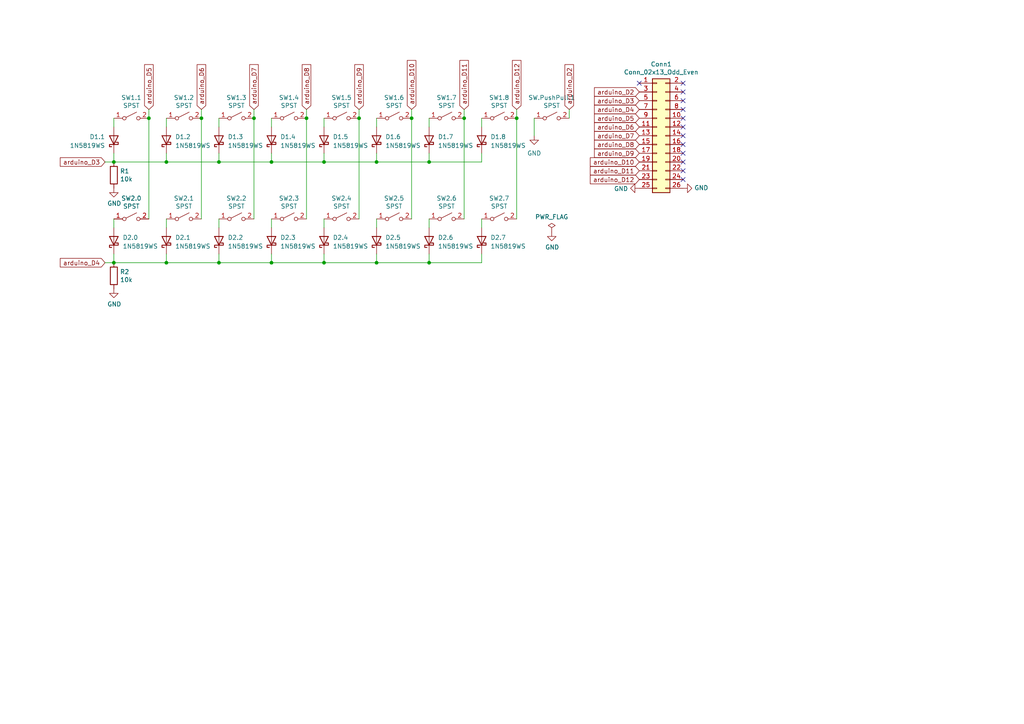
<source format=kicad_sch>
(kicad_sch (version 20211123) (generator eeschema)
  (paper "A4")
  (lib_symbols
    (symbol "Connector_Generic:Conn_02x13_Odd_Even" (pin_names (offset 1.016) hide)
      (property "Reference" "J" (at 1.27 17.78 0))
      (property "Value" "Conn_02x13_Odd_Even" (at 1.27 -17.78 0))
      (symbol "Conn_02x13_Odd_Even_1_1"
        (rectangle (start -1.27 -15.113) (end 0 -15.367) (stroke (width 0.1524)))
        (rectangle (start -1.27 -12.573) (end 0 -12.827) (stroke (width 0.1524)))
        (rectangle (start -1.27 -10.033) (end 0 -10.287) (stroke (width 0.1524)))
        (rectangle (start -1.27 -7.493) (end 0 -7.747) (stroke (width 0.1524)))
        (rectangle (start -1.27 -4.953) (end 0 -5.207) (stroke (width 0.1524)))
        (rectangle (start -1.27 -2.413) (end 0 -2.667) (stroke (width 0.1524)))
        (rectangle (start -1.27 0.127) (end 0 -0.127) (stroke (width 0.1524)))
        (rectangle (start -1.27 2.667) (end 0 2.413) (stroke (width 0.1524)))
        (rectangle (start -1.27 5.207) (end 0 4.953) (stroke (width 0.1524)))
        (rectangle (start -1.27 7.747) (end 0 7.493) (stroke (width 0.1524)))
        (rectangle (start -1.27 10.287) (end 0 10.033) (stroke (width 0.1524)))
        (rectangle (start -1.27 12.827) (end 0 12.573) (stroke (width 0.1524)))
        (rectangle (start -1.27 15.367) (end 0 15.113) (stroke (width 0.1524)))
        (rectangle (start -1.27 16.51) (end 3.81 -16.51) (stroke (width 0.254)) (fill (type background)))
        (rectangle (start 3.81 -15.113) (end 2.54 -15.367) (stroke (width 0.1524)))
        (rectangle (start 3.81 -12.573) (end 2.54 -12.827) (stroke (width 0.1524)))
        (rectangle (start 3.81 -10.033) (end 2.54 -10.287) (stroke (width 0.1524)))
        (rectangle (start 3.81 -7.493) (end 2.54 -7.747) (stroke (width 0.1524)))
        (rectangle (start 3.81 -4.953) (end 2.54 -5.207) (stroke (width 0.1524)))
        (rectangle (start 3.81 -2.413) (end 2.54 -2.667) (stroke (width 0.1524)))
        (rectangle (start 3.81 0.127) (end 2.54 -0.127) (stroke (width 0.1524)))
        (rectangle (start 3.81 2.667) (end 2.54 2.413) (stroke (width 0.1524)))
        (rectangle (start 3.81 5.207) (end 2.54 4.953) (stroke (width 0.1524)))
        (rectangle (start 3.81 7.747) (end 2.54 7.493) (stroke (width 0.1524)))
        (rectangle (start 3.81 10.287) (end 2.54 10.033) (stroke (width 0.1524)))
        (rectangle (start 3.81 12.827) (end 2.54 12.573) (stroke (width 0.1524)))
        (rectangle (start 3.81 15.367) (end 2.54 15.113) (stroke (width 0.1524)))
        (pin passive line (at -5.08 15.24 0) (length 3.81) (name "Pin_1") (number "1"))
        (pin passive line (at 7.62 5.08 180) (length 3.81) (name "Pin_10") (number "10"))
        (pin passive line (at -5.08 2.54 0) (length 3.81) (name "Pin_11") (number "11"))
        (pin passive line (at 7.62 2.54 180) (length 3.81) (name "Pin_12") (number "12"))
        (pin passive line (at -5.08 0 0) (length 3.81) (name "Pin_13") (number "13"))
        (pin passive line (at 7.62 0 180) (length 3.81) (name "Pin_14") (number "14"))
        (pin passive line (at -5.08 -2.54 0) (length 3.81) (name "Pin_15") (number "15"))
        (pin passive line (at 7.62 -2.54 180) (length 3.81) (name "Pin_16") (number "16"))
        (pin passive line (at -5.08 -5.08 0) (length 3.81) (name "Pin_17") (number "17"))
        (pin passive line (at 7.62 -5.08 180) (length 3.81) (name "Pin_18") (number "18"))
        (pin passive line (at -5.08 -7.62 0) (length 3.81) (name "Pin_19") (number "19"))
        (pin passive line (at 7.62 15.24 180) (length 3.81) (name "Pin_2") (number "2"))
        (pin passive line (at 7.62 -7.62 180) (length 3.81) (name "Pin_20") (number "20"))
        (pin passive line (at -5.08 -10.16 0) (length 3.81) (name "Pin_21") (number "21"))
        (pin passive line (at 7.62 -10.16 180) (length 3.81) (name "Pin_22") (number "22"))
        (pin passive line (at -5.08 -12.7 0) (length 3.81) (name "Pin_23") (number "23"))
        (pin passive line (at 7.62 -12.7 180) (length 3.81) (name "Pin_24") (number "24"))
        (pin passive line (at -5.08 -15.24 0) (length 3.81) (name "Pin_25") (number "25"))
        (pin passive line (at 7.62 -15.24 180) (length 3.81) (name "Pin_26") (number "26"))
        (pin passive line (at -5.08 12.7 0) (length 3.81) (name "Pin_3") (number "3"))
        (pin passive line (at 7.62 12.7 180) (length 3.81) (name "Pin_4") (number "4"))
        (pin passive line (at -5.08 10.16 0) (length 3.81) (name "Pin_5") (number "5"))
        (pin passive line (at 7.62 10.16 180) (length 3.81) (name "Pin_6") (number "6"))
        (pin passive line (at -5.08 7.62 0) (length 3.81) (name "Pin_7") (number "7"))
        (pin passive line (at 7.62 7.62 180) (length 3.81) (name "Pin_8") (number "8"))
        (pin passive line (at -5.08 5.08 0) (length 3.81) (name "Pin_9") (number "9"))
      )
    )
    (symbol "Device:R" (pin_numbers hide) (pin_names (offset 0))
      (property "Reference" "R" (at 2.032 0 90))
      (property "Value" "R" (at 0 0 90))
      (symbol "R_0_1"
        (rectangle (start -1.016 -2.54) (end 1.016 2.54) (stroke (width 0.254)))
      )
      (symbol "R_1_1"
        (pin passive line (at 0 3.81 270) (length 1.27) (name "~") (number "1"))
        (pin passive line (at 0 -3.81 90) (length 1.27) (name "~") (number "2"))
      )
    )
    (symbol "Diode:1N5819WS" (pin_numbers hide) (pin_names (offset 1.016) hide)
      (property "Reference" "D" (at 0 2.54 0))
      (property "Value" "1N5819WS" (at 0 -2.54 0))
      (symbol "1N5819WS_0_1"
        (polyline (pts (xy 1.27 0) (xy -1.27 0)))
        (polyline (pts (xy 1.27 1.27) (xy 1.27 -1.27) (xy -1.27 0) (xy 1.27 1.27)) (stroke (width 0.254)))
        (polyline (pts (xy -1.905 0.635) (xy -1.905 1.27) (xy -1.27 1.27) (xy -1.27 -1.27) (xy -0.635 -1.27) (xy -0.635 -0.635)) (stroke (width 0.254)))
      )
      (symbol "1N5819WS_1_1"
        (pin passive line (at -3.81 0 0) (length 2.54) (name "K") (number "1"))
        (pin passive line (at 3.81 0 180) (length 2.54) (name "A") (number "2"))
      )
    )
    (symbol "Switch:SW_SPST" (pin_names (offset 0) hide)
      (property "Reference" "SW" (at 0 3.175 0))
      (property "Value" "SW_SPST" (at 0 -2.54 0))
      (symbol "SW_SPST_0_0"
        (circle (center -2.032 0) (radius 0.508))
        (polyline (pts (xy -1.524 0.254) (xy 1.524 1.778)))
        (circle (center 2.032 0) (radius 0.508))
      )
      (symbol "SW_SPST_1_1"
        (pin passive line (at -5.08 0 0) (length 2.54) (name "A") (number "1"))
        (pin passive line (at 5.08 0 180) (length 2.54) (name "B") (number "2"))
      )
    )
    (symbol "power:GND" (power) (pin_names (offset 0))
      (property "Value" "GND" (at 0 -3.81 0))
      (symbol "GND_0_1"
        (polyline (pts (xy 0 0) (xy 0 -1.27) (xy 1.27 -1.27) (xy 0 -2.54) (xy -1.27 -1.27) (xy 0 -1.27)))
      )
      (symbol "GND_1_1"
        (pin power_in line (at 0 0 270) (length 0) hide (name "GND") (number "1"))
      )
    )
    (symbol "power:PWR_FLAG" (power) (pin_numbers hide) (pin_names (offset 0) hide)
      (property "Value" "PWR_FLAG" (at 0 3.81 0))
      (symbol "PWR_FLAG_0_0"
        (pin power_out line (at 0 0 90) (length 0) (name "pwr") (number "1"))
      )
      (symbol "PWR_FLAG_0_1"
        (polyline (pts (xy 0 0) (xy 0 1.27) (xy -1.016 1.905) (xy 0 2.54) (xy 1.016 1.905) (xy 0 1.27)))
      )
    )
  )
  (junction (at 109.22 76.2))
  (junction (at 93.98 46.99))
  (junction (at 73.66 34.29))
  (junction (at 109.22 46.99))
  (junction (at 104.14 34.29))
  (junction (at 78.74 76.2))
  (junction (at 63.5 46.99))
  (junction (at 43.18 34.29))
  (junction (at 134.62 34.29))
  (junction (at 124.46 46.99))
  (junction (at 48.26 76.2))
  (junction (at 78.74 46.99))
  (junction (at 58.42 34.29))
  (junction (at 119.38 34.29))
  (junction (at 63.5 76.2))
  (junction (at 33.02 76.2))
  (junction (at 93.98 76.2))
  (junction (at 124.46 76.2))
  (junction (at 88.9 34.29))
  (junction (at 33.02 46.99))
  (junction (at 48.26 46.99))
  (junction (at 149.86 34.29))
  (no_connect (at 198.12 46.99))
  (no_connect (at 185.42 24.13))
  (no_connect (at 198.12 44.45))
  (no_connect (at 198.12 36.83))
  (no_connect (at 198.12 24.13))
  (no_connect (at 198.12 49.53))
  (no_connect (at 198.12 26.67))
  (no_connect (at 198.12 29.21))
  (no_connect (at 198.12 34.29))
  (no_connect (at 198.12 41.91))
  (no_connect (at 198.12 31.75))
  (no_connect (at 198.12 39.37))
  (no_connect (at 198.12 52.07))
  (wire (pts (xy 119.38 34.29) (xy 119.38 63.5)))
  (wire (pts (xy 58.42 31.75) (xy 58.42 34.29)))
  (wire (pts (xy 149.86 34.29) (xy 149.86 63.5)))
  (wire (pts (xy 93.98 63.5) (xy 93.98 66.04)))
  (wire (pts (xy 93.98 46.99) (xy 109.22 46.99)))
  (wire (pts (xy 139.7 44.45) (xy 139.7 46.99)))
  (wire (pts (xy 78.74 76.2) (xy 93.98 76.2)))
  (wire (pts (xy 48.26 76.2) (xy 63.5 76.2)))
  (wire (pts (xy 88.9 34.29) (xy 88.9 63.5)))
  (wire (pts (xy 93.98 73.66) (xy 93.98 76.2)))
  (wire (pts (xy 124.46 76.2) (xy 139.7 76.2)))
  (wire (pts (xy 33.02 63.5) (xy 33.02 66.04)))
  (wire (pts (xy 43.18 31.75) (xy 43.18 34.29)))
  (wire (pts (xy 33.02 73.66) (xy 33.02 76.2)))
  (wire (pts (xy 63.5 76.2) (xy 78.74 76.2)))
  (wire (pts (xy 48.26 34.29) (xy 48.26 36.83)))
  (wire (pts (xy 63.5 34.29) (xy 63.5 36.83)))
  (wire (pts (xy 124.46 63.5) (xy 124.46 66.04)))
  (wire (pts (xy 30.48 46.99) (xy 33.02 46.99)))
  (wire (pts (xy 109.22 44.45) (xy 109.22 46.99)))
  (wire (pts (xy 139.7 63.5) (xy 139.7 66.04)))
  (wire (pts (xy 48.26 46.99) (xy 63.5 46.99)))
  (wire (pts (xy 109.22 76.2) (xy 124.46 76.2)))
  (wire (pts (xy 109.22 63.5) (xy 109.22 66.04)))
  (wire (pts (xy 124.46 44.45) (xy 124.46 46.99)))
  (wire (pts (xy 73.66 31.75) (xy 73.66 34.29)))
  (wire (pts (xy 58.42 34.29) (xy 58.42 63.5)))
  (wire (pts (xy 63.5 63.5) (xy 63.5 66.04)))
  (wire (pts (xy 109.22 73.66) (xy 109.22 76.2)))
  (wire (pts (xy 30.48 76.2) (xy 33.02 76.2)))
  (wire (pts (xy 93.98 34.29) (xy 93.98 36.83)))
  (wire (pts (xy 124.46 73.66) (xy 124.46 76.2)))
  (wire (pts (xy 78.74 44.45) (xy 78.74 46.99)))
  (wire (pts (xy 63.5 44.45) (xy 63.5 46.99)))
  (wire (pts (xy 33.02 76.2) (xy 48.26 76.2)))
  (wire (pts (xy 48.26 44.45) (xy 48.26 46.99)))
  (wire (pts (xy 104.14 31.75) (xy 104.14 34.29)))
  (wire (pts (xy 124.46 34.29) (xy 124.46 36.83)))
  (wire (pts (xy 63.5 46.99) (xy 78.74 46.99)))
  (wire (pts (xy 63.5 73.66) (xy 63.5 76.2)))
  (wire (pts (xy 33.02 34.29) (xy 33.02 36.83)))
  (wire (pts (xy 78.74 46.99) (xy 93.98 46.99)))
  (wire (pts (xy 109.22 34.29) (xy 109.22 36.83)))
  (wire (pts (xy 139.7 73.66) (xy 139.7 76.2)))
  (wire (pts (xy 78.74 73.66) (xy 78.74 76.2)))
  (wire (pts (xy 154.94 34.29) (xy 154.94 39.37)))
  (wire (pts (xy 109.22 46.99) (xy 124.46 46.99)))
  (wire (pts (xy 33.02 46.99) (xy 48.26 46.99)))
  (wire (pts (xy 119.38 31.75) (xy 119.38 34.29)))
  (wire (pts (xy 73.66 34.29) (xy 73.66 63.5)))
  (wire (pts (xy 104.14 34.29) (xy 104.14 63.5)))
  (wire (pts (xy 78.74 34.29) (xy 78.74 36.83)))
  (wire (pts (xy 88.9 31.75) (xy 88.9 34.29)))
  (wire (pts (xy 134.62 31.75) (xy 134.62 34.29)))
  (wire (pts (xy 48.26 73.66) (xy 48.26 76.2)))
  (wire (pts (xy 48.26 63.5) (xy 48.26 66.04)))
  (wire (pts (xy 149.86 31.75) (xy 149.86 34.29)))
  (wire (pts (xy 93.98 76.2) (xy 109.22 76.2)))
  (wire (pts (xy 139.7 34.29) (xy 139.7 36.83)))
  (wire (pts (xy 165.1 31.75) (xy 165.1 34.29)))
  (wire (pts (xy 93.98 44.45) (xy 93.98 46.99)))
  (wire (pts (xy 134.62 34.29) (xy 134.62 63.5)))
  (wire (pts (xy 33.02 44.45) (xy 33.02 46.99)))
  (wire (pts (xy 124.46 46.99) (xy 139.7 46.99)))
  (wire (pts (xy 43.18 63.5) (xy 43.18 34.29)))
  (wire (pts (xy 78.74 63.5) (xy 78.74 66.04)))
  (global_label "arduino_D9" (shape input) (at 104.14 31.75 90) (property "Intersheet References" "${INTERSHEET_REFS}" (effects hide)))
  (global_label "arduino_D4" (shape input) (at 185.42 31.75 180) (property "Intersheet References" "${INTERSHEET_REFS}" (effects hide)))
  (global_label "arduino_D7" (shape input) (at 73.66 31.75 90) (property "Intersheet References" "${INTERSHEET_REFS}" (effects hide)))
  (global_label "arduino_D3" (shape input) (at 185.42 29.21 180) (property "Intersheet References" "${INTERSHEET_REFS}" (effects hide)))
  (global_label "arduino_D9" (shape input) (at 185.42 44.45 180) (property "Intersheet References" "${INTERSHEET_REFS}" (effects hide)))
  (global_label "arduino_D10" (shape input) (at 185.42 46.99 180) (property "Intersheet References" "${INTERSHEET_REFS}" (effects hide)))
  (global_label "arduino_D8" (shape input) (at 185.42 41.91 180) (property "Intersheet References" "${INTERSHEET_REFS}" (effects hide)))
  (global_label "arduino_D8" (shape input) (at 88.9 31.75 90) (property "Intersheet References" "${INTERSHEET_REFS}" (effects hide)))
  (global_label "arduino_D6" (shape input) (at 58.42 31.75 90) (property "Intersheet References" "${INTERSHEET_REFS}" (effects hide)))
  (global_label "arduino_D2" (shape input) (at 165.1 31.75 90) (property "Intersheet References" "${INTERSHEET_REFS}" (effects hide)))
  (global_label "arduino_D6" (shape input) (at 185.42 36.83 180) (property "Intersheet References" "${INTERSHEET_REFS}" (effects hide)))
  (global_label "arduino_D5" (shape input) (at 43.18 31.75 90) (property "Intersheet References" "${INTERSHEET_REFS}" (effects hide)))
  (global_label "arduino_D12" (shape input) (at 149.86 31.75 90) (property "Intersheet References" "${INTERSHEET_REFS}" (effects hide)))
  (global_label "arduino_D2" (shape input) (at 185.42 26.67 180) (property "Intersheet References" "${INTERSHEET_REFS}" (effects hide)))
  (global_label "arduino_D3" (shape input) (at 30.48 46.99 180) (property "Intersheet References" "${INTERSHEET_REFS}" (effects hide)))
  (global_label "arduino_D7" (shape input) (at 185.42 39.37 180) (property "Intersheet References" "${INTERSHEET_REFS}" (effects hide)))
  (global_label "arduino_D11" (shape input) (at 134.62 31.75 90) (property "Intersheet References" "${INTERSHEET_REFS}" (effects hide)))
  (global_label "arduino_D5" (shape input) (at 185.42 34.29 180) (property "Intersheet References" "${INTERSHEET_REFS}" (effects hide)))
  (global_label "arduino_D10" (shape input) (at 119.38 31.75 90) (property "Intersheet References" "${INTERSHEET_REFS}" (effects hide)))
  (global_label "arduino_D4" (shape input) (at 30.48 76.2 180) (property "Intersheet References" "${INTERSHEET_REFS}" (effects hide)))
  (global_label "arduino_D12" (shape input) (at 185.42 52.07 180) (property "Intersheet References" "${INTERSHEET_REFS}" (effects hide)))
  (global_label "arduino_D11" (shape input) (at 185.42 49.53 180) (property "Intersheet References" "${INTERSHEET_REFS}" (effects hide)))
  (symbol (lib_id "Switch:SW_SPST") (at 38.1 34.29 0) (unit 1)
    (property "Reference" "SW1.1" (at 38.1 28.321 0))
    (property "Value" "SPST" (at 38.1 30.6324 0))
    (property "Footprint" "Button_Switch_Keyboard:SW_Cherry_MX_1.00u_PCB" (effects hide))
  )
  (symbol (lib_id "Switch:SW_SPST") (at 53.34 34.29 0) (unit 1)
    (property "Reference" "SW1.2" (at 53.34 28.321 0))
    (property "Value" "SPST" (at 53.34 30.6324 0))
    (property "Footprint" "Button_Switch_Keyboard:SW_Cherry_MX_1.00u_PCB" (effects hide))
  )
  (symbol (lib_id "Switch:SW_SPST") (at 53.34 63.5 0) (unit 1)
    (property "Reference" "SW2.1" (at 53.34 57.531 0))
    (property "Value" "SPST" (at 53.34 59.8424 0))
    (property "Footprint" "Button_Switch_Keyboard:SW_Cherry_MX_1.00u_PCB" (effects hide))
  )
  (symbol (lib_id "Switch:SW_SPST") (at 68.58 63.5 0) (unit 1)
    (property "Reference" "SW2.2" (at 68.58 57.531 0))
    (property "Value" "SPST" (at 68.58 59.8424 0))
    (property "Footprint" "Button_Switch_Keyboard:SW_Cherry_MX_1.00u_PCB" (effects hide))
  )
  (symbol (lib_id "Switch:SW_SPST") (at 68.58 34.29 0) (unit 1)
    (property "Reference" "SW1.3" (at 68.58 28.321 0))
    (property "Value" "SPST" (at 68.58 30.6324 0))
    (property "Footprint" "Button_Switch_Keyboard:SW_Cherry_MX_1.00u_PCB" (effects hide))
  )
  (symbol (lib_id "Switch:SW_SPST") (at 83.82 34.29 0) (unit 1)
    (property "Reference" "SW1.4" (at 83.82 28.321 0))
    (property "Value" "SPST" (at 83.82 30.6324 0))
    (property "Footprint" "Button_Switch_Keyboard:SW_Cherry_MX_1.00u_PCB" (effects hide))
  )
  (symbol (lib_id "Switch:SW_SPST") (at 83.82 63.5 0) (unit 1)
    (property "Reference" "SW2.3" (at 83.82 57.531 0))
    (property "Value" "SPST" (at 83.82 59.8424 0))
    (property "Footprint" "Button_Switch_Keyboard:SW_Cherry_MX_1.00u_PCB" (effects hide))
  )
  (symbol (lib_id "Switch:SW_SPST") (at 99.06 63.5 0) (unit 1)
    (property "Reference" "SW2.4" (at 99.06 57.531 0))
    (property "Value" "SPST" (at 99.06 59.8424 0))
    (property "Footprint" "Button_Switch_Keyboard:SW_Cherry_MX_1.00u_PCB" (effects hide))
  )
  (symbol (lib_id "Switch:SW_SPST") (at 99.06 34.29 0) (unit 1)
    (property "Reference" "SW1.5" (at 99.06 28.321 0))
    (property "Value" "SPST" (at 99.06 30.6324 0))
    (property "Footprint" "Button_Switch_Keyboard:SW_Cherry_MX_1.00u_PCB" (effects hide))
  )
  (symbol (lib_id "Switch:SW_SPST") (at 114.3 34.29 0) (unit 1)
    (property "Reference" "SW1.6" (at 114.3 28.321 0))
    (property "Value" "SPST" (at 114.3 30.6324 0))
    (property "Footprint" "Button_Switch_Keyboard:SW_Cherry_MX_1.00u_PCB" (effects hide))
  )
  (symbol (lib_id "Switch:SW_SPST") (at 114.3 63.5 0) (unit 1)
    (property "Reference" "SW2.5" (at 114.3 57.531 0))
    (property "Value" "SPST" (at 114.3 59.8424 0))
    (property "Footprint" "Button_Switch_Keyboard:SW_Cherry_MX_1.00u_PCB" (effects hide))
  )
  (symbol (lib_id "Diode:1N5819WS") (at 33.02 40.64 90) (unit 1)
    (property "Reference" "D1.1" (at 30.48 39.6874 90) (effects (justify left)))
    (property "Value" "1N5819WS" (at 30.48 42.2274 90) (effects (justify left)))
    (property "Footprint" "Diode_SMD:D_SOD-323_HandSoldering" (effects hide))
    (property "Datasheet" "https://datasheet.lcsc.com/lcsc/2204281430_Guangdong-Hottech-1N5819WS_C191023.pdf" (effects hide))
    (property "LCSC Part #" "C191023" (effects hide))
  )
  (symbol (lib_id "Diode:1N5819WS") (at 48.26 40.64 90) (unit 1)
    (property "Reference" "D1.2" (at 50.8 39.6874 90) (effects (justify right)))
    (property "Value" "1N5819WS" (at 50.8 42.2274 90) (effects (justify right)))
    (property "Footprint" "Diode_SMD:D_SOD-323_HandSoldering" (effects hide))
    (property "Datasheet" "https://datasheet.lcsc.com/lcsc/2204281430_Guangdong-Hottech-1N5819WS_C191023.pdf" (effects hide))
    (property "LCSC Part #" "C191023" (effects hide))
  )
  (symbol (lib_id "Diode:1N5819WS") (at 63.5 40.64 90) (unit 1)
    (property "Reference" "D1.3" (at 66.04 39.6874 90) (effects (justify right)))
    (property "Value" "1N5819WS" (at 66.04 42.2274 90) (effects (justify right)))
    (property "Footprint" "Diode_SMD:D_SOD-323_HandSoldering" (effects hide))
    (property "Datasheet" "https://datasheet.lcsc.com/lcsc/2204281430_Guangdong-Hottech-1N5819WS_C191023.pdf" (effects hide))
    (property "LCSC Part #" "C191023" (effects hide))
  )
  (symbol (lib_id "Diode:1N5819WS") (at 78.74 40.64 90) (unit 1)
    (property "Reference" "D1.4" (at 81.28 39.6874 90) (effects (justify right)))
    (property "Value" "1N5819WS" (at 81.28 42.2274 90) (effects (justify right)))
    (property "Footprint" "Diode_SMD:D_SOD-323_HandSoldering" (effects hide))
    (property "Datasheet" "https://datasheet.lcsc.com/lcsc/2204281430_Guangdong-Hottech-1N5819WS_C191023.pdf" (effects hide))
    (property "LCSC Part #" "C191023" (effects hide))
  )
  (symbol (lib_id "Diode:1N5819WS") (at 93.98 40.64 90) (unit 1)
    (property "Reference" "D1.5" (at 96.52 39.6874 90) (effects (justify right)))
    (property "Value" "1N5819WS" (at 96.52 42.2274 90) (effects (justify right)))
    (property "Footprint" "Diode_SMD:D_SOD-323_HandSoldering" (effects hide))
    (property "Datasheet" "https://datasheet.lcsc.com/lcsc/2204281430_Guangdong-Hottech-1N5819WS_C191023.pdf" (effects hide))
    (property "LCSC Part #" "C191023" (effects hide))
  )
  (symbol (lib_id "Diode:1N5819WS") (at 109.22 40.64 90) (unit 1)
    (property "Reference" "D1.6" (at 111.76 39.6874 90) (effects (justify right)))
    (property "Value" "1N5819WS" (at 111.76 42.2274 90) (effects (justify right)))
    (property "Footprint" "Diode_SMD:D_SOD-323_HandSoldering" (effects hide))
    (property "Datasheet" "https://datasheet.lcsc.com/lcsc/2204281430_Guangdong-Hottech-1N5819WS_C191023.pdf" (effects hide))
    (property "LCSC Part #" "C191023" (effects hide))
  )
  (symbol (lib_id "Diode:1N5819WS") (at 48.26 69.85 90) (unit 1)
    (property "Reference" "D2.1" (at 50.8 68.8974 90) (effects (justify right)))
    (property "Value" "1N5819WS" (at 50.8 71.4374 90) (effects (justify right)))
    (property "Footprint" "Diode_SMD:D_SOD-323_HandSoldering" (effects hide))
    (property "Datasheet" "https://datasheet.lcsc.com/lcsc/2204281430_Guangdong-Hottech-1N5819WS_C191023.pdf" (effects hide))
    (property "LCSC Part #" "C191023" (effects hide))
  )
  (symbol (lib_id "Diode:1N5819WS") (at 63.5 69.85 90) (unit 1)
    (property "Reference" "D2.2" (at 66.04 68.8974 90) (effects (justify right)))
    (property "Value" "1N5819WS" (at 66.04 71.4374 90) (effects (justify right)))
    (property "Footprint" "Diode_SMD:D_SOD-323_HandSoldering" (effects hide))
    (property "Datasheet" "https://datasheet.lcsc.com/lcsc/2204281430_Guangdong-Hottech-1N5819WS_C191023.pdf" (effects hide))
    (property "LCSC Part #" "C191023" (effects hide))
  )
  (symbol (lib_id "Diode:1N5819WS") (at 78.74 69.85 90) (unit 1)
    (property "Reference" "D2.3" (at 81.28 68.8974 90) (effects (justify right)))
    (property "Value" "1N5819WS" (at 81.28 71.4374 90) (effects (justify right)))
    (property "Footprint" "Diode_SMD:D_SOD-323_HandSoldering" (effects hide))
    (property "Datasheet" "https://datasheet.lcsc.com/lcsc/2204281430_Guangdong-Hottech-1N5819WS_C191023.pdf" (effects hide))
    (property "LCSC Part #" "C191023" (effects hide))
  )
  (symbol (lib_id "Diode:1N5819WS") (at 93.98 69.85 90) (unit 1)
    (property "Reference" "D2.4" (at 96.52 68.8974 90) (effects (justify right)))
    (property "Value" "1N5819WS" (at 96.52 71.4374 90) (effects (justify right)))
    (property "Footprint" "Diode_SMD:D_SOD-323_HandSoldering" (effects hide))
    (property "Datasheet" "https://datasheet.lcsc.com/lcsc/2204281430_Guangdong-Hottech-1N5819WS_C191023.pdf" (effects hide))
    (property "LCSC Part #" "C191023" (effects hide))
  )
  (symbol (lib_id "Diode:1N5819WS") (at 109.22 69.85 90) (unit 1)
    (property "Reference" "D2.5" (at 111.76 68.8974 90) (effects (justify right)))
    (property "Value" "1N5819WS" (at 111.76 71.4374 90) (effects (justify right)))
    (property "Footprint" "Diode_SMD:D_SOD-323_HandSoldering" (effects hide))
    (property "Datasheet" "https://datasheet.lcsc.com/lcsc/2204281430_Guangdong-Hottech-1N5819WS_C191023.pdf" (effects hide))
    (property "LCSC Part #" "C191023" (effects hide))
  )
  (symbol (lib_id "Connector_Generic:Conn_02x13_Odd_Even") (at 190.5 39.37 0) (unit 1)
    (property "Reference" "Conn1" (at 191.77 18.6182 0))
    (property "Value" "Conn_02x13_Odd_Even" (at 191.77 20.9296 0))
    (property "Footprint" "Connector_IDC:IDC-Header_2x13_P2.54mm_Vertical" (effects hide))
    (property "LCSC Part #" "C692426" (effects hide))
  )
  (symbol (lib_id "Switch:SW_SPST") (at 38.1 63.5 0) (unit 1)
    (property "Reference" "SW2.0" (at 38.1 57.531 0))
    (property "Value" "SPST" (at 38.1 59.8424 0))
    (property "Footprint" "Button_Switch_Keyboard:SW_Cherry_MX_1.00u_PCB" (effects hide))
  )
  (symbol (lib_id "Diode:1N5819WS") (at 33.02 69.85 90) (unit 1)
    (property "Reference" "D2.0" (at 35.56 68.8974 90) (effects (justify right)))
    (property "Value" "1N5819WS" (at 35.56 71.4374 90) (effects (justify right)))
    (property "Footprint" "Diode_SMD:D_SOD-323_HandSoldering" (effects hide))
    (property "Datasheet" "https://datasheet.lcsc.com/lcsc/2204281430_Guangdong-Hottech-1N5819WS_C191023.pdf" (effects hide))
    (property "LCSC Part #" "C191023" (effects hide))
  )
  (symbol (lib_id "Switch:SW_SPST") (at 129.54 34.29 0) (unit 1)
    (property "Reference" "SW1.7" (at 129.54 28.321 0))
    (property "Value" "SPST" (at 129.54 30.6324 0))
    (property "Footprint" "Button_Switch_Keyboard:SW_Cherry_MX_1.00u_PCB" (effects hide))
  )
  (symbol (lib_id "Switch:SW_SPST") (at 129.54 63.5 0) (unit 1)
    (property "Reference" "SW2.6" (at 129.54 57.531 0))
    (property "Value" "SPST" (at 129.54 59.8424 0))
    (property "Footprint" "Button_Switch_Keyboard:SW_Cherry_MX_1.00u_PCB" (effects hide))
  )
  (symbol (lib_id "Diode:1N5819WS") (at 124.46 40.64 90) (unit 1)
    (property "Reference" "D1.7" (at 127 39.6874 90) (effects (justify right)))
    (property "Value" "1N5819WS" (at 127 42.2274 90) (effects (justify right)))
    (property "Footprint" "Diode_SMD:D_SOD-323_HandSoldering" (effects hide))
    (property "Datasheet" "https://datasheet.lcsc.com/lcsc/2204281430_Guangdong-Hottech-1N5819WS_C191023.pdf" (effects hide))
    (property "LCSC Part #" "C191023" (effects hide))
  )
  (symbol (lib_id "Diode:1N5819WS") (at 124.46 69.85 90) (unit 1)
    (property "Reference" "D2.6" (at 127 68.8974 90) (effects (justify right)))
    (property "Value" "1N5819WS" (at 127 71.4374 90) (effects (justify right)))
    (property "Footprint" "Diode_SMD:D_SOD-323_HandSoldering" (effects hide))
    (property "Datasheet" "https://datasheet.lcsc.com/lcsc/2204281430_Guangdong-Hottech-1N5819WS_C191023.pdf" (effects hide))
    (property "LCSC Part #" "C191023" (effects hide))
  )
  (symbol (lib_id "Switch:SW_SPST") (at 144.78 34.29 0) (unit 1)
    (property "Reference" "SW1.8" (at 144.78 28.321 0))
    (property "Value" "SPST" (at 144.78 30.6324 0))
    (property "Footprint" "Button_Switch_Keyboard:SW_Cherry_MX_1.00u_PCB" (effects hide))
  )
  (symbol (lib_id "Switch:SW_SPST") (at 144.78 63.5 0) (unit 1)
    (property "Reference" "SW2.7" (at 144.78 57.531 0))
    (property "Value" "SPST" (at 144.78 59.8424 0))
    (property "Footprint" "Button_Switch_Keyboard:SW_Cherry_MX_1.00u_PCB" (effects hide))
  )
  (symbol (lib_id "Diode:1N5819WS") (at 139.7 40.64 90) (unit 1)
    (property "Reference" "D1.8" (at 142.24 39.6874 90) (effects (justify right)))
    (property "Value" "1N5819WS" (at 142.24 42.2274 90) (effects (justify right)))
    (property "Footprint" "Diode_SMD:D_SOD-323_HandSoldering" (effects hide))
    (property "Datasheet" "https://datasheet.lcsc.com/lcsc/2204281430_Guangdong-Hottech-1N5819WS_C191023.pdf" (effects hide))
    (property "LCSC Part #" "C191023" (effects hide))
  )
  (symbol (lib_id "Diode:1N5819WS") (at 139.7 69.85 90) (unit 1)
    (property "Reference" "D2.7" (at 142.24 68.8974 90) (effects (justify right)))
    (property "Value" "1N5819WS" (at 142.24 71.4374 90) (effects (justify right)))
    (property "Footprint" "Diode_SMD:D_SOD-323_HandSoldering" (effects hide))
    (property "Datasheet" "https://datasheet.lcsc.com/lcsc/2204281430_Guangdong-Hottech-1N5819WS_C191023.pdf" (effects hide))
    (property "LCSC Part #" "C191023" (effects hide))
  )
  (symbol (lib_id "power:GND") (at 198.12 54.61 90) (unit 1)
    (property "Reference" "#PWR0101" (effects hide))
    (property "Value" "GND" (at 201.3712 54.483 90) (effects (justify right)))
  )
  (symbol (lib_id "power:GND") (at 185.42 54.61 270) (unit 1)
    (property "Reference" "#PWR0102" (effects hide))
    (property "Value" "GND" (at 182.1688 54.737 90) (effects (justify right)))
  )
  (symbol (lib_id "power:GND") (at 160.02 67.31 0) (unit 1)
    (property "Reference" "#PWR0103" (effects hide))
    (property "Value" "GND" (at 160.147 71.7042 0))
  )
  (symbol (lib_id "power:PWR_FLAG") (at 160.02 67.31 0) (unit 1)
    (property "Reference" "#FLG0101" (effects hide))
    (property "Value" "PWR_FLAG" (at 160.02 62.9158 0))
  )
  (symbol (lib_id "Device:R") (at 33.02 50.8 0) (unit 1)
    (property "Reference" "R1" (at 34.798 49.6316 0) (effects (justify left)))
    (property "Value" "10k" (at 34.798 51.943 0) (effects (justify left)))
    (property "Footprint" "Resistor_SMD:R_1206_3216Metric_Pad1.30x1.75mm_HandSolder" (effects hide))
    (property "LCSC Part #" "C17902" (effects hide))
  )
  (symbol (lib_id "Device:R") (at 33.02 80.01 0) (unit 1)
    (property "Reference" "R2" (at 34.798 78.8416 0) (effects (justify left)))
    (property "Value" "10k" (at 34.798 81.153 0) (effects (justify left)))
    (property "Footprint" "Resistor_SMD:R_1206_3216Metric_Pad1.30x1.75mm_HandSolder" (effects hide))
    (property "LCSC Part #" "C17902" (effects hide))
  )
  (symbol (lib_id "power:GND") (at 33.02 54.61 0) (unit 1)
    (property "Reference" "#PWR0104" (effects hide))
    (property "Value" "GND" (at 33.147 59.0042 0))
  )
  (symbol (lib_id "power:GND") (at 33.02 83.82 0) (unit 1)
    (property "Reference" "#PWR0105" (effects hide))
    (property "Value" "GND" (at 33.147 88.2142 0))
  )
  (symbol (lib_id "Switch:SW_SPST") (at 160.02 34.29 0) (unit 1)
    (property "Reference" "SW.PushPull.1" (at 160.02 28.321 0))
    (property "Value" "SPST" (at 160.02 30.6324 0))
    (property "Footprint" "Connector_Molex:Molex_KK-254_AE-6410-02A_1x02_P2.54mm_Vertical" (effects hide))
  )
  (symbol (lib_id "power:GND") (at 154.94 39.37 0) (unit 1)
    (property "Reference" "#PWR0106" (effects hide))
    (property "Value" "GND" (at 154.94 44.45 0))
  )
)
</source>
